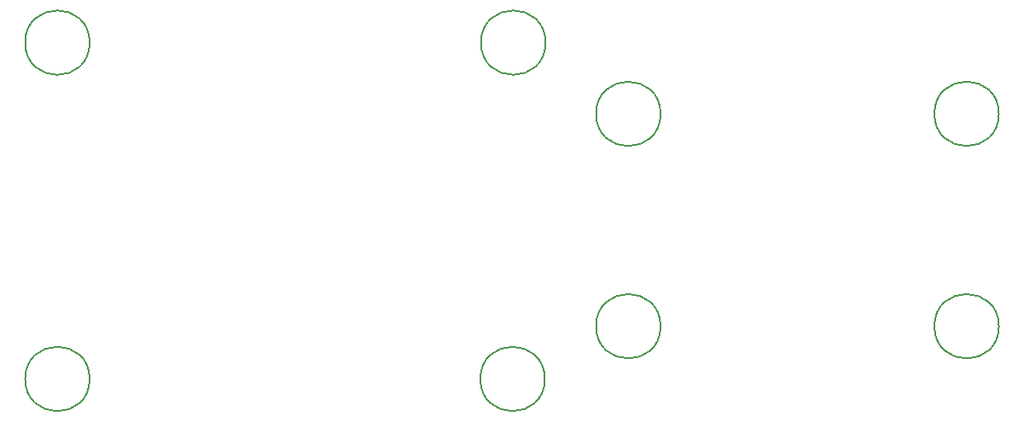
<source format=gbr>
%TF.GenerationSoftware,KiCad,Pcbnew,8.0.6*%
%TF.CreationDate,2025-11-14T22:02:28-06:00*%
%TF.ProjectId,WirelessChargerPCB,57697265-6c65-4737-9343-686172676572,rev?*%
%TF.SameCoordinates,Original*%
%TF.FileFunction,Other,Comment*%
%FSLAX46Y46*%
G04 Gerber Fmt 4.6, Leading zero omitted, Abs format (unit mm)*
G04 Created by KiCad (PCBNEW 8.0.6) date 2025-11-14 22:02:28*
%MOMM*%
%LPD*%
G01*
G04 APERTURE LIST*
%ADD10C,0.150000*%
G04 APERTURE END LIST*
D10*
%TO.C,REF\u002A\u002A*%
X148735000Y-82805000D02*
G75*
G02*
X142335000Y-82805000I-3200000J0D01*
G01*
X142335000Y-82805000D02*
G75*
G02*
X148735000Y-82805000I3200000J0D01*
G01*
X148665000Y-116205000D02*
G75*
G02*
X142265000Y-116205000I-3200000J0D01*
G01*
X142265000Y-116205000D02*
G75*
G02*
X148665000Y-116205000I3200000J0D01*
G01*
X193720000Y-110970000D02*
G75*
G02*
X187320000Y-110970000I-3200000J0D01*
G01*
X187320000Y-110970000D02*
G75*
G02*
X193720000Y-110970000I3200000J0D01*
G01*
X103505000Y-116205000D02*
G75*
G02*
X97105000Y-116205000I-3200000J0D01*
G01*
X97105000Y-116205000D02*
G75*
G02*
X103505000Y-116205000I3200000J0D01*
G01*
X103505000Y-82805000D02*
G75*
G02*
X97105000Y-82805000I-3200000J0D01*
G01*
X97105000Y-82805000D02*
G75*
G02*
X103505000Y-82805000I3200000J0D01*
G01*
X160150000Y-89880000D02*
G75*
G02*
X153750000Y-89880000I-3200000J0D01*
G01*
X153750000Y-89880000D02*
G75*
G02*
X160150000Y-89880000I3200000J0D01*
G01*
X160150000Y-110970000D02*
G75*
G02*
X153750000Y-110970000I-3200000J0D01*
G01*
X153750000Y-110970000D02*
G75*
G02*
X160150000Y-110970000I3200000J0D01*
G01*
X193720000Y-89870000D02*
G75*
G02*
X187320000Y-89870000I-3200000J0D01*
G01*
X187320000Y-89870000D02*
G75*
G02*
X193720000Y-89870000I3200000J0D01*
G01*
%TD*%
M02*

</source>
